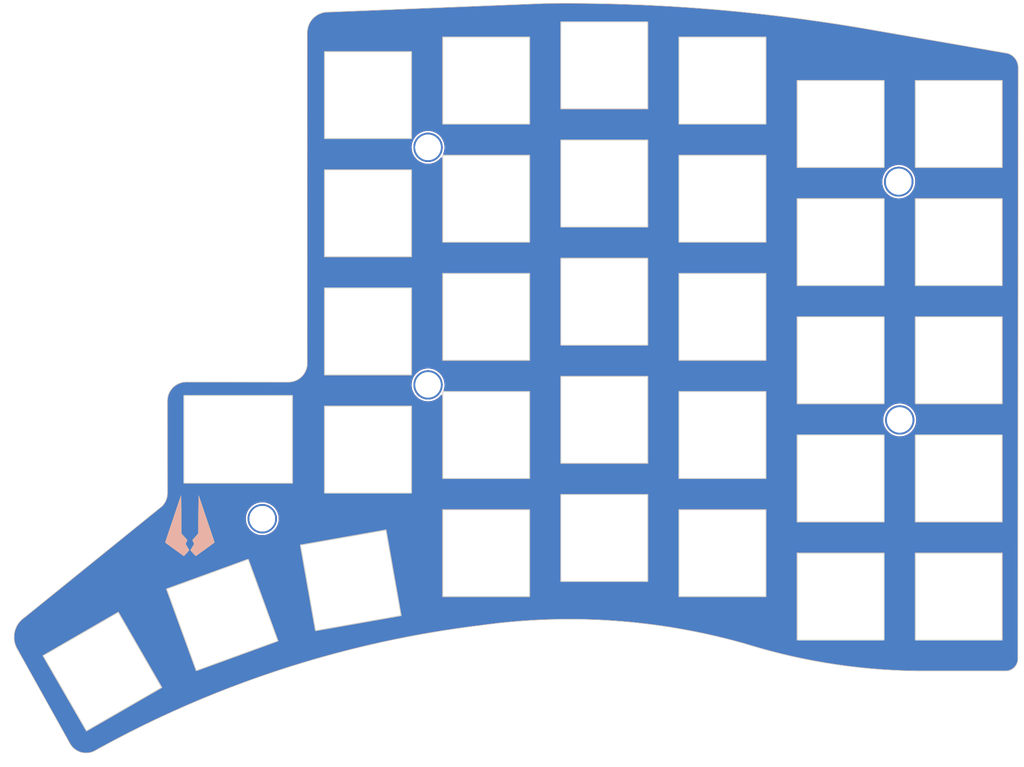
<source format=kicad_pcb>
(kicad_pcb (version 20221018) (generator pcbnew)
  (layers (0 "F.Cu" signal) (31 "B.Cu" signal) (34 "B.Paste" user) (35 "F.Paste" user) (36 "B.SilkS" user "B.Silkscreen") (37 "F.SilkS" user "F.Silkscreen") (38 "B.Mask" user) (39 "F.Mask" user) (44 "Edge.Cuts" user))
  (net 0 "")
  (footprint "" (layer "F.Cu") (at 99.242768 116.567265)
    (fp_text reference "" (at 0 0) (layer "F.SilkS") (effects (font (size 1.27 1.27))))
    (fp_text value "" (at 0 0) (layer "F.SilkS") (effects (font (size 1.27 1.27))))
    (pad "" thru_hole circle (at 0 0 180) (size 4.7 4.7) (drill 4.1) (layers "*.Cu" "*.Mask" "Dwgs.User") (clearance 0.3))
  )
  (footprint "SofleKeyboard-footprint:HOLE_M2_TH" (layer "F.Cu") (at 125.942768 56.767265)
    (fp_text reference "TH3" hide)
    (fp_text value "HOLE" hide)
    (pad "" thru_hole circle (at 0.025 -0.075 90) (size 4.7 4.7) (drill 4.1) (layers "*.Cu" "*.Mask" "Dwgs.User") (clearance 0.3))
  )
  (footprint "SofleKeyboard-footprint:HOLE_M2_TH" (layer "F.Cu") (at 202.192768 100.667265)
    (fp_text reference "TH6" hide)
    (fp_text value "HOLE" hide)
    (pad "" thru_hole circle (at -0.175 -0.025 90) (size 4.7 4.7) (drill 4.1) (layers "*.Cu" "*.Mask" "Dwgs.User") (clearance 0.3))
  )
  (footprint "" (layer "F.Cu") (at 125.967768 56.692265)
    (fp_text reference "" (at 0 0) (layer "F.SilkS") (effects (font (size 1.27 1.27))))
    (fp_text value "" (at 0 0) (layer "F.SilkS") (effects (font (size 1.27 1.27))))
    (pad "" thru_hole circle (at 0 0 90) (size 4.7 4.7) (drill 4.1) (layers "*.Cu" "*.Mask" "Dwgs.User") (clearance 0.3))
  )
  (footprint "LOGO" (layer "F.Cu") (at 87.565825 117.666597)
    (fp_text reference "G***" hide)
    (fp_text value "LOGO" hide)
    (fp_poly (pts (xy 2.695122 -1.12) (xy 2.873663 -0.590748) (xy 3.04505 -0.082729) (xy 3.207545 0.398902) (xy 3.359408 0.848993) (xy 3.498902 1.262391) (xy 3.624286 1.633942) (xy 3.733823 1.958493) (xy 3.825771 2.230892) (xy 3.898394 2.445984) (xy 3.949951 2.598618) (xy 3.978703 2.683639) (xy 3.984266 2.7) (xy 3.955038 2.728006) (xy 3.86858 2.797039) (xy 3.732626 2.901438) (xy 3.55491 3.035543) (xy 3.343166 3.193693) (xy 3.105129 3.370229) (xy 2.848533 3.55949) (xy 2.581112 3.755817) (xy 2.3106 3.953549) (xy 2.044732 4.147025) (xy 1.791241 4.330587) (xy 1.557863 4.498573) (xy 1.352331 4.645323) (xy 1.182379 4.765179) (xy 1.055742 4.852478) (xy 0.980154 4.901561) (xy 0.964918 4.909648) (xy 0.930936 4.884919) (xy 0.853397 4.810366) (xy 0.742001 4.695861) (xy 0.606449 4.551276) (xy 0.52 4.456881) (xy 0.376085 4.296775) (xy 0.253418 4.157148) (xy 0.16121 4.048736) (xy 0.108669 3.982278) (xy 0.1 3.967232) (xy 0.119588 3.924927) (xy 0.173385 3.827395) (xy 0.253937 3.687704) (xy 0.353792 3.518924) (xy 0.391653 3.455843) (xy 0.683306 2.971686) (xy 0.540907 2.659214) (xy 0.472887 2.507418) (xy 0.435367 2.409951) (xy 0.425177 2.348575) (xy 0.439149 2.30505) (xy 0.472138 2.263371) (xy 0.52432 2.204797) (xy 0.618472 2.0996) (xy 0.743065 1.960643) (xy 0.886573 1.800785) (xy 0.952883 1.726979) (xy 1.36 1.273959) (xy 1.365689 -0.613021) (xy 1.367501 -1.050653) (xy 1.370296 -1.510799) (xy 1.373917 -1.977428) (xy 1.378208 -2.43451) (xy 1.383014 -2.866015) (xy 1.388179 -3.255913) (xy 1.393547 -3.588172) (xy 1.395689 -3.7) (xy 1.42 -4.9)) (fill solid) (layer "F.SilkS"))
    (fp_poly (pts (xy -1.39569 -3.7) (xy -1.390286 -3.39498) (xy -1.385023 -3.025984) (xy -1.380058 -2.609034) (xy -1.375545 -2.160155) (xy -1.371641 -1.69537) (xy -1.368501 -1.230703) (xy -1.366281 -0.782176) (xy -1.36569 -0.612309) (xy -1.36 1.275383) (xy -0.95 1.72892) (xy -0.801352 1.893641) (xy -0.666939 2.043119) (xy -0.558199 2.164595) (xy -0.486569 2.245313) (xy -0.469438 2.264999) (xy -0.437017 2.308721) (xy -0.425705 2.354092) (xy -0.438817 2.41936) (xy -0.479665 2.522774) (xy -0.541091 2.659614) (xy -0.683307 2.971686) (xy -0.391654 3.455843) (xy -0.286836 3.631674) (xy -0.19873 3.782957) (xy -0.134788 3.896624) (xy -0.102465 3.959606) (xy -0.1 3.967232) (xy -0.125333 4.004719) (xy -0.19389 4.087708) (xy -0.294508 4.203875) (xy -0.416024 4.340897) (xy -0.547277 4.486449) (xy -0.677103 4.628208) (xy -0.794339 4.75385) (xy -0.887824 4.851052) (xy -0.946394 4.907489) (xy -0.96 4.916685) (xy -0.995552 4.893435) (xy -1.089258 4.827976) (xy -1.234495 4.725044) (xy -1.424637 4.589373) (xy -1.65306 4.425698) (xy -1.91314 4.238755) (xy -2.198253 4.033277) (xy -2.42 3.873128) (xy -2.72155 3.655169) (xy -3.004705 3.450535) (xy -3.262537 3.264228) (xy -3.48812 3.101255) (xy -3.674525 2.966619) (xy -3.814826 2.865324) (xy -3.902095 2.802376) (xy -3.927968 2.783773) (xy -3.937486 2.771073) (xy -3.941547 2.746884) (xy -3.938779 2.706856) (xy -3.92781 2.646639) (xy -3.907266 2.561885) (xy -3.875776 2.448244) (xy -3.831967 2.301367) (xy -3.774466 2.116904) (xy -3.701901 1.890505) (xy -3.612899 1.617823) (xy -3.506089 1.294506) (xy -3.380096 0.916206) (xy -3.23355 0.478573) (xy -3.065077 -0.022742) (xy -2.873305 -0.592088) (xy -2.707968 -1.082343) (xy -1.42 -4.9)) (fill solid) (layer "F.SilkS"))
  )
  (footprint "" (layer "F.Cu") (at 99.242768 116.567265)
    (fp_text reference "" (at 0 0) (layer "F.SilkS") (effects (font (size 1.27 1.27))))
    (fp_text value "" (at 0 0) (layer "F.SilkS") (effects (font (size 1.27 1.27))))
    (pad "" thru_hole circle (at 0 0 180) (size 4.7 4.7) (drill 4.1) (layers "*.Cu" "*.Mask" "Dwgs.User") (clearance 0.3))
  )
  (footprint "SofleKeyboard-footprint:HOLE_M2_TH" (layer "F.Cu") (at 99.242768 116.567265 90)
    (fp_text reference "TH7" hide)
    (fp_text value "HOLE" hide)
    (pad "" thru_hole circle (at 0 0 180) (size 4.7 4.7) (drill 4.1) (layers "*.Cu" "*.Mask" "Dwgs.User") (clearance 0.3))
  )
  (footprint "" (layer "F.Cu") (at 125.967768 94.992265)
    (fp_text reference "" (at 0 0) (layer "F.SilkS") (effects (font (size 1.27 1.27))))
    (fp_text value "" (at 0 0) (layer "F.SilkS") (effects (font (size 1.27 1.27))))
    (pad "" thru_hole circle (at 0 0 90) (size 4.7 4.7) (drill 4.1) (layers "*.Cu" "*.Mask" "Dwgs.User") (clearance 0.3))
  )
  (footprint "SofleKeyboard-footprint:HOLE_M2_TH" (layer "F.Cu") (at 125.942768 56.767265)
    (fp_text reference "TH3" hide)
    (fp_text value "HOLE" hide)
    (pad "" thru_hole circle (at 0.025 -0.075 90) (size 4.7 4.7) (drill 4.1) (layers "*.Cu" "*.Mask" "Dwgs.User") (clearance 0.3))
  )
  (footprint "" (layer "F.Cu") (at 201.866904 62.179465)
    (fp_text reference "" (at 0 0) (layer "F.SilkS") (effects (font (size 1.27 1.27))))
    (fp_text value "" (at 0 0) (layer "F.SilkS") (effects (font (size 1.27 1.27))))
    (pad "" thru_hole circle (at 0 0 90) (size 4.7 4.7) (drill 4.1) (layers "*.Cu" "*.Mask" "Dwgs.User") (clearance 0.3))
  )
  (footprint "SofleKeyboard-footprint:HOLE_M2_TH" (layer "F.Cu") (at 202.078077 62.552855)
    (fp_text reference "TH4" hide)
    (fp_text value "HOLE" hide)
    (pad "" thru_hole circle (at -0.225 -0.275 90) (size 4.7 4.7) (drill 4.1) (layers "*.Cu" "*.Mask" "Dwgs.User") (clearance 0.3))
  )
  (footprint "SofleKeyboard-footprint:HOLE_M2_TH" (layer "F.Cu") (at 202.091904 62.454465)
    (fp_text reference "TH4" hide)
    (fp_text value "HOLE" hide)
    (pad "" thru_hole circle (at -0.225 -0.275 90) (size 4.7 4.7) (drill 4.1) (layers "*.Cu" "*.Mask" "Dwgs.User") (clearance 0.3))
  )
  (footprint "SofleKeyboard-footprint:HOLE_M2_TH" (layer "F.Cu") (at 125.992768 95.067265)
    (fp_text reference "TH5" hide)
    (fp_text value "HOLE" hide)
    (pad "" thru_hole circle (at -0.025 -0.075 90) (size 4.7 4.7) (drill 4.1) (layers "*.Cu" "*.Mask" "Dwgs.User") (clearance 0.3))
  )
  (footprint "SofleKeyboard-footprint:HOLE_M2_TH" (layer "F.Cu") (at 99.242768 116.567265 90)
    (fp_text reference "TH7" hide)
    (fp_text value "HOLE" hide)
    (pad "" thru_hole circle (at 0 0 180) (size 4.7 4.7) (drill 4.1) (layers "*.Cu" "*.Mask" "Dwgs.User") (clearance 0.3))
  )
  (footprint "" (layer "F.Cu") (at 202.017768 100.642265)
    (fp_text reference "" (at 0 0) (layer "F.SilkS") (effects (font (size 1.27 1.27))))
    (fp_text value "" (at 0 0) (layer "F.SilkS") (effects (font (size 1.27 1.27))))
    (pad "" thru_hole circle (at 0 0 90) (size 4.7 4.7) (drill 4.1) (layers "*.Cu" "*.Mask" "Dwgs.User") (clearance 0.3))
  )
  (footprint "" (layer "F.Cu") (at 201.853077 62.277855)
    (fp_text reference "" (at 0 0) (layer "F.SilkS") (effects (font (size 1.27 1.27))))
    (fp_text value "" (at 0 0) (layer "F.SilkS") (effects (font (size 1.27 1.27))))
    (pad "" thru_hole circle (at 0 0 90) (size 4.7 4.7) (drill 4.1) (layers "*.Cu" "*.Mask" "Dwgs.User") (clearance 0.3))
  )
  (footprint "" (layer "F.Cu") (at 125.967768 56.692265)
    (fp_text reference "" (at 0 0) (layer "F.SilkS") (effects (font (size 1.27 1.27))))
    (fp_text value "" (at 0 0) (layer "F.SilkS") (effects (font (size 1.27 1.27))))
    (pad "" thru_hole circle (at 0 0 90) (size 4.7 4.7) (drill 4.1) (layers "*.Cu" "*.Mask" "Dwgs.User") (clearance 0.3))
  )
  (footprint "LOGO" (layer "B.Cu") (at 87.558212 117.682668 180)
    (fp_text reference "G***" hide)
    (fp_text value "LOGO" hide)
    (fp_poly (pts (xy 2.695122 1.12) (xy 2.873663 0.590748) (xy 3.04505 0.082729) (xy 3.207545 -0.398902) (xy 3.359408 -0.848993) (xy 3.498902 -1.262391) (xy 3.624286 -1.633942) (xy 3.733823 -1.958493) (xy 3.825771 -2.230892) (xy 3.898394 -2.445984) (xy 3.949951 -2.598618) (xy 3.978703 -2.683639) (xy 3.984266 -2.7) (xy 3.955038 -2.728006) (xy 3.86858 -2.797039) (xy 3.732626 -2.901438) (xy 3.55491 -3.035543) (xy 3.343166 -3.193693) (xy 3.105129 -3.370229) (xy 2.848533 -3.55949) (xy 2.581112 -3.755817) (xy 2.3106 -3.953549) (xy 2.044732 -4.147025) (xy 1.791241 -4.330587) (xy 1.557863 -4.498573) (xy 1.352331 -4.645323) (xy 1.182379 -4.765179) (xy 1.055742 -4.852478) (xy 0.980154 -4.901561) (xy 0.964918 -4.909648) (xy 0.930936 -4.884919) (xy 0.853397 -4.810366) (xy 0.742001 -4.695861) (xy 0.606449 -4.551276) (xy 0.52 -4.456881) (xy 0.376085 -4.296775) (xy 0.253418 -4.157148) (xy 0.16121 -4.048736) (xy 0.108669 -3.982278) (xy 0.1 -3.967232) (xy 0.119588 -3.924927) (xy 0.173385 -3.827395) (xy 0.253937 -3.687704) (xy 0.353792 -3.518924) (xy 0.391653 -3.455843) (xy 0.683306 -2.971686) (xy 0.540907 -2.659214) (xy 0.472887 -2.507418) (xy 0.435367 -2.409951) (xy 0.425177 -2.348575) (xy 0.439149 -2.30505) (xy 0.472138 -2.263371) (xy 0.52432 -2.204797) (xy 0.618472 -2.0996) (xy 0.743065 -1.960643) (xy 0.886573 -1.800785) (xy 0.952883 -1.726979) (xy 1.36 -1.273959) (xy 1.365689 0.613021) (xy 1.367501 1.050653) (xy 1.370296 1.510799) (xy 1.373917 1.977428) (xy 1.378208 2.43451) (xy 1.383014 2.866015) (xy 1.388179 3.255913) (xy 1.393547 3.588172) (xy 1.395689 3.7) (xy 1.42 4.9)) (fill solid) (layer "B.SilkS"))
    (fp_poly (pts (xy -1.39569 3.7) (xy -1.390286 3.39498) (xy -1.385023 3.025984) (xy -1.380058 2.609034) (xy -1.375545 2.160155) (xy -1.371641 1.69537) (xy -1.368501 1.230703) (xy -1.366281 0.782176) (xy -1.36569 0.612309) (xy -1.36 -1.275383) (xy -0.95 -1.72892) (xy -0.801352 -1.893641) (xy -0.666939 -2.043119) (xy -0.558199 -2.164595) (xy -0.486569 -2.245313) (xy -0.469438 -2.264999) (xy -0.437017 -2.308721) (xy -0.425705 -2.354092) (xy -0.438817 -2.41936) (xy -0.479665 -2.522774) (xy -0.541091 -2.659614) (xy -0.683307 -2.971686) (xy -0.391654 -3.455843) (xy -0.286836 -3.631674) (xy -0.19873 -3.782957) (xy -0.134788 -3.896624) (xy -0.102465 -3.959606) (xy -0.1 -3.967232) (xy -0.125333 -4.004719) (xy -0.19389 -4.087708) (xy -0.294508 -4.203875) (xy -0.416024 -4.340897) (xy -0.547277 -4.486449) (xy -0.677103 -4.628208) (xy -0.794339 -4.75385) (xy -0.887824 -4.851052) (xy -0.946394 -4.907489) (xy -0.96 -4.916685) (xy -0.995552 -4.893435) (xy -1.089258 -4.827976) (xy -1.234495 -4.725044) (xy -1.424637 -4.589373) (xy -1.65306 -4.425698) (xy -1.91314 -4.238755) (xy -2.198253 -4.033277) (xy -2.42 -3.873128) (xy -2.72155 -3.655169) (xy -3.004705 -3.450535) (xy -3.262537 -3.264228) (xy -3.48812 -3.101255) (xy -3.674525 -2.966619) (xy -3.814826 -2.865324) (xy -3.902095 -2.802376) (xy -3.927968 -2.783773) (xy -3.937486 -2.771073) (xy -3.941547 -2.746884) (xy -3.938779 -2.706856) (xy -3.92781 -2.646639) (xy -3.907266 -2.561885) (xy -3.875776 -2.448244) (xy -3.831967 -2.301367) (xy -3.774466 -2.116904) (xy -3.701901 -1.890505) (xy -3.612899 -1.617823) (xy -3.506089 -1.294506) (xy -3.380096 -0.916206) (xy -3.23355 -0.478573) (xy -3.065077 0.022742) (xy -2.873305 0.592088) (xy -2.707968 1.082343) (xy -1.42 4.9)) (fill solid) (layer "B.SilkS"))
  )
  (gr_arc (start 72.355458 153.943446) (mid 102.444086 140.8511) (end 134.487067 133.781271) (stroke (width 0.1)) (layer "Edge.Cuts"))
  (gr_line (start 218.941007 141.12937) (end 204.914393 141.12937) (stroke (width 0.1)) (layer "Edge.Cuts"))
  (gr_arc (start 144.637779 33.473475) (mid 171.819883 34.417055) (end 198.788663 37.944384) (stroke (width 0.1)) (layer "Edge.Cuts"))
  (gr_arc (start 106.476213 91.501434) (mid 105.593565 93.632338) (end 103.462661 94.514986) (stroke (width 0.1)) (layer "Edge.Cuts"))
  (gr_rect (start 128.338553 38.923258) (end 142.338553 52.923258) (stroke (width 0.15)) (fill none) (layer "Edge.Cuts"))
  (gr_rect (start 204.537276 103.073821) (end 218.537276 117.073821) (stroke (width 0.15)) (fill none) (layer "Edge.Cuts"))
  (gr_rect (start 147.387137 74.573796) (end 161.387137 88.573796) (stroke (width 0.15)) (fill none) (layer "Edge.Cuts"))
  (gr_arc (start 106.481583 38.195164) (mid 107.457018 35.840267) (end 109.811915 34.864832) (stroke (width 0.1)) (layer "Edge.Cuts"))
  (gr_rect (start 147.387137 55.523796) (end 161.387137 69.523796) (stroke (width 0.15)) (fill none) (layer "Edge.Cuts"))
  (gr_rect (start 128.338553 115.123258) (end 142.338553 129.123258) (stroke (width 0.15)) (fill none) (layer "Edge.Cuts"))
  (gr_rect (start 147.387137 112.673796) (end 161.387137 126.673796) (stroke (width 0.15)) (fill none) (layer "Edge.Cuts"))
  (gr_rect (start 128.3386 57.97326) (end 142.3371 71.972413) (stroke (width 0.15)) (fill none) (layer "Edge.Cuts"))
  (gr_poly (pts (xy 101.759707 136.270711) (xy 88.60401 141.058993) (xy 83.815728 127.903296) (xy 96.971425 123.115014)) (stroke (width 0.15)) (fill none) (layer "Edge.Cuts"))
  (gr_line (start 144.637779 33.473475) (end 109.811915 34.864832) (stroke (width 0.1)) (layer "Edge.Cuts"))
  (gr_rect (start 166.437251 77.02334) (end 180.437251 91.02334) (stroke (width 0.15)) (fill none) (layer "Edge.Cuts"))
  (gr_rect (start 185.488413 84.023532) (end 199.488413 98.023532) (stroke (width 0.15)) (fill none) (layer "Edge.Cuts"))
  (gr_rect (start 204.537276 84.023821) (end 218.537276 98.023821) (stroke (width 0.15)) (fill none) (layer "Edge.Cuts"))
  (gr_line (start 86.994087 94.505931) (end 103.462661 94.514986) (stroke (width 0.1)) (layer "Edge.Cuts"))
  (gr_rect (start 166.437251 96.07334) (end 180.437251 110.07334) (stroke (width 0.15)) (fill none) (layer "Edge.Cuts"))
  (gr_rect (start 109.28783 41.272809) (end 123.28783 55.272809) (stroke (width 0.15)) (fill none) (layer "Edge.Cuts"))
  (gr_rect (start 109.287974 60.323464) (end 123.287974 74.323464) (stroke (width 0.15)) (fill none) (layer "Edge.Cuts"))
  (gr_rect (start 128.338553 77.023258) (end 142.338553 91.023258) (stroke (width 0.15)) (fill none) (layer "Edge.Cuts"))
  (gr_rect (start 185.488413 103.073532) (end 199.488413 117.073532) (stroke (width 0.15)) (fill none) (layer "Edge.Cuts"))
  (gr_rect (start 204.537276 122.123821) (end 218.537276 136.123821) (stroke (width 0.15)) (fill none) (layer "Edge.Cuts"))
  (gr_rect (start 109.287974 98.423464) (end 123.287974 112.423464) (stroke (width 0.15)) (fill none) (layer "Edge.Cuts"))
  (gr_rect (start 86.614786 96.702281) (end 104.093837 110.831688) (stroke (width 0.15)) (fill none) (layer "Edge.Cuts"))
  (gr_poly (pts (xy 121.616161 132.17747) (xy 107.828852 134.608544) (xy 105.397778 120.821236) (xy 119.185087 118.390161)) (stroke (width 0.15)) (fill none) (layer "Edge.Cuts"))
  (gr_rect (start 185.488413 45.923532) (end 199.488413 59.923532) (stroke (width 0.15)) (fill none) (layer "Edge.Cuts"))
  (gr_rect (start 128.338553 96.073258) (end 142.338553 110.073258) (stroke (width 0.15)) (fill none) (layer "Edge.Cuts"))
  (gr_rect (start 166.437251 115.12334) (end 180.437251 129.12334) (stroke (width 0.15)) (fill none) (layer "Edge.Cuts"))
  (gr_rect (start 204.537276 64.973821) (end 218.537276 78.973821) (stroke (width 0.15)) (fill none) (layer "Edge.Cuts"))
  (gr_line (start 83.937779 112.423475) (end 83.931215 97.568803) (stroke (width 0.1)) (layer "Edge.Cuts"))
  (gr_rect (start 185.488413 122.123532) (end 199.488413 136.123532) (stroke (width 0.15)) (fill none) (layer "Edge.Cuts"))
  (gr_arc (start 59.629038 137.412201) (mid 59.322055 134.71168) (end 60.879036 132.483932) (stroke (width 0.1)) (layer "Edge.Cuts"))
  (gr_rect (start 166.437251 57.97334) (end 180.437251 71.97334) (stroke (width 0.15)) (fill none) (layer "Edge.Cuts"))
  (gr_rect (start 185.488413 64.973532) (end 199.488413 78.973532) (stroke (width 0.15)) (fill none) (layer "Edge.Cuts"))
  (gr_arc (start 134.487067 133.78127) (mid 156.123873 133.057696) (end 177.437779 136.851423) (stroke (width 0.1)) (layer "Edge.Cuts"))
  (gr_arc (start 83.937779 112.423475) (mid 83.70942 113.571526) (end 83.059099 114.544795) (stroke (width 0.1)) (layer "Edge.Cuts"))
  (gr_rect (start 109.287974 79.373464) (end 123.287974 93.373464) (stroke (width 0.15)) (fill none) (layer "Edge.Cuts"))
  (gr_line (start 60.879036 132.483932) (end 83.059099 114.544795) (stroke (width 0.1)) (layer "Edge.Cuts"))
  (gr_rect (start 204.537276 45.923821) (end 218.537276 59.923821) (stroke (width 0.15)) (fill none) (layer "Edge.Cuts"))
  (gr_rect (start 147.387137 36.473796) (end 161.387137 50.473796) (stroke (width 0.15)) (fill none) (layer "Edge.Cuts"))
  (gr_line (start 68.183866 152.761346) (end 59.629038 137.412201) (stroke (width 0.1)) (layer "Edge.Cuts"))
  (gr_line (start 221.137779 43.823475) (end 221.087779 139.073475) (stroke (width 0.1)) (layer "Edge.Cuts"))
  (gr_line (start 219.437779 41.523475) (end 198.788663 37.944384) (stroke (width 0.1)) (layer "Edge.Cuts"))
  (gr_arc (start 221.087779 139.073475) (mid 220.471504 140.578739) (end 218.941007 141.12937) (stroke (width 0.1)) (layer "Edge.Cuts"))
  (gr_poly (pts (xy 83.023807 143.777759) (xy 70.899451 150.777759) (xy 63.899451 138.653403) (xy 76.023807 131.653403)) (stroke (width 0.15)) (fill none) (layer "Edge.Cuts"))
  (gr_line (start 106.476213 91.501434) (end 106.481583 38.195164) (stroke (width 0.1)) (layer "Edge.Cuts"))
  (gr_rect (start 166.437251 38.92334) (end 180.437251 52.92334) (stroke (width 0.15)) (fill none) (layer "Edge.Cuts"))
  (gr_arc (start 219.437779 41.523475) (mid 220.666647 42.393442) (end 221.137779 43.823475) (stroke (width 0.1)) (layer "Edge.Cuts"))
  (gr_arc (start 83.931215 97.568803) (mid 84.828311 95.403027) (end 86.994087 94.505931) (stroke (width 0.1)) (layer "Edge.Cuts"))
  (gr_rect (start 147.387137 93.623796) (end 161.387137 107.623796) (stroke (width 0.15)) (fill none) (layer "Edge.Cuts"))
  (gr_arc (start 72.35546 153.943447) (mid 70.016763 154.244874) (end 68.183866 152.761346) (stroke (width 0.1)) (layer "Edge.Cuts"))
  (gr_arc (start 204.914393 141.12937) (mid 191.021108 139.985795) (end 177.437779 136.851423) (stroke (width 0.1)) (layer "Edge.Cuts"))
  (zone (net 0) (net_name "") (layer "F.Cu") (connect_pads (clearance 0.508)) (min_thickness 0.254) (fill yes (thermal_gap 0.508) (thermal_bridge_width 0.508) (smoothing chamfer))
    (polygon (pts (xy 56.999743 134.66081) (xy 69.062389 156.646168) (xy 82.630138 149.028164) (xy 98.050822 142.990002) (xy 135.375039 134.124702) (xy 163.66559 134.318044) (xy 190.18707 141.456779) (xy 222.071296 141.874239) (xy 221.640054 120.228658) (xy 221.817744 41.064895) (xy 194.773166 36.49575) (xy 167.982376 33.168241) (xy 144.333069 32.947781) (xy 105.682951 34.319443) (xy 105.863473 92.004818) (xy 104.187367 93.907502) (xy 83.274856 93.980355) (xy 83.108206 113.593847)))
  )
  (zone (net 0) (net_name "") (layer "B.Cu") (connect_pads (clearance 0.508)) (min_thickness 0.254) (fill yes (thermal_gap 0.508) (thermal_bridge_width 0.508))
    (polygon (pts (xy 56.954128 134.665966) (xy 69.183718 156.586929) (xy 82.768946 149.029965) (xy 98.06545 142.871507) (xy 135.436942 134.060256) (xy 163.674602 134.319846) (xy 190.268191 141.473002) (xy 222.071296 141.912697) (xy 221.690072 120.130676) (xy 221.822839 41.040383) (xy 194.88313 36.511973) (xy 168.058795 33.166142) (xy 144.115141 32.934961) (xy 105.657313 34.306624) (xy 105.922962 92.037266) (xy 104.235625 93.984194) (xy 83.287676 94.005993) (xy 83.091113 113.559663)))
  )
)
</source>
